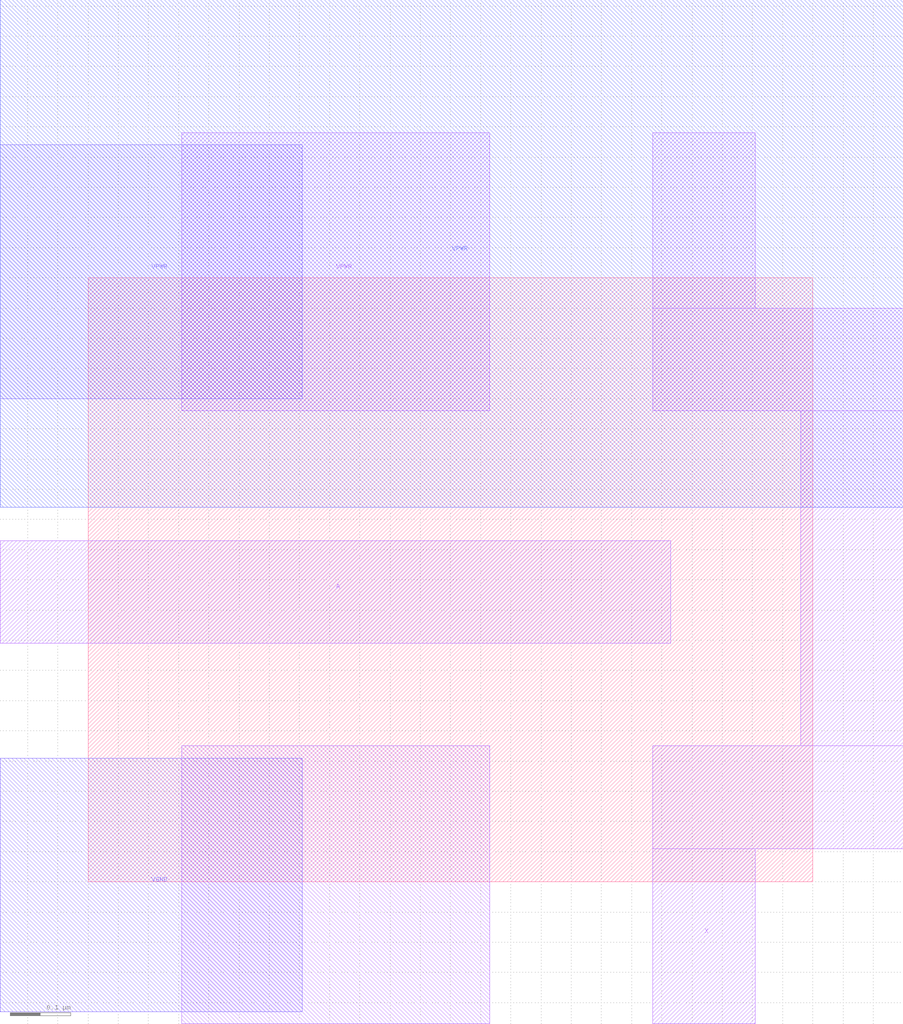
<source format=lef>
VERSION 5.7 ;
  NOWIREEXTENSIONATPIN ON ;
  DIVIDERCHAR "/" ;
  BUSBITCHARS "[]" ;
MACRO invering_buffer
  CLASS BLOCK ;
  FOREIGN invering_buffer ;
  ORIGIN 0.800 0.150 ;
  SIZE 1.200 BY 1.000 ;
  PIN A
    DIRECTION INPUT ;
    USE SIGNAL ;
    ANTENNAGATEAREA 0.126000 ;
    PORT
      LAYER li1 ;
        RECT -0.945 0.245 0.165 0.415 ;
    END
  END A
  PIN X
    DIRECTION OUTPUT ;
    USE SIGNAL ;
    ANTENNADIFFAREA 0.243600 ;
    PORT
      LAYER li1 ;
        RECT 0.135 0.800 0.305 1.090 ;
        RECT 0.135 0.630 0.550 0.800 ;
        RECT 0.380 0.075 0.550 0.630 ;
        RECT 0.135 -0.095 0.550 0.075 ;
        RECT 0.135 -0.385 0.305 -0.095 ;
    END
  END X
  PIN VGND
    DIRECTION INOUT ;
    USE GROUND ;
    PORT
      LAYER met1 ;
        RECT -0.945 -0.365 -0.445 0.055 ;
    END
  END VGND
  PIN VPWR
    DIRECTION INOUT ;
    USE POWER ;
    PORT
      LAYER nwell ;
        RECT -0.945 0.470 0.550 1.310 ;
      LAYER li1 ;
        RECT -0.645 0.630 -0.135 1.090 ;
      LAYER met1 ;
        RECT -0.945 0.650 -0.445 1.070 ;
    END
  END VPWR
  OBS
      LAYER li1 ;
        RECT -0.645 -0.385 -0.135 0.075 ;
  END
END invering_buffer
END LIBRARY


</source>
